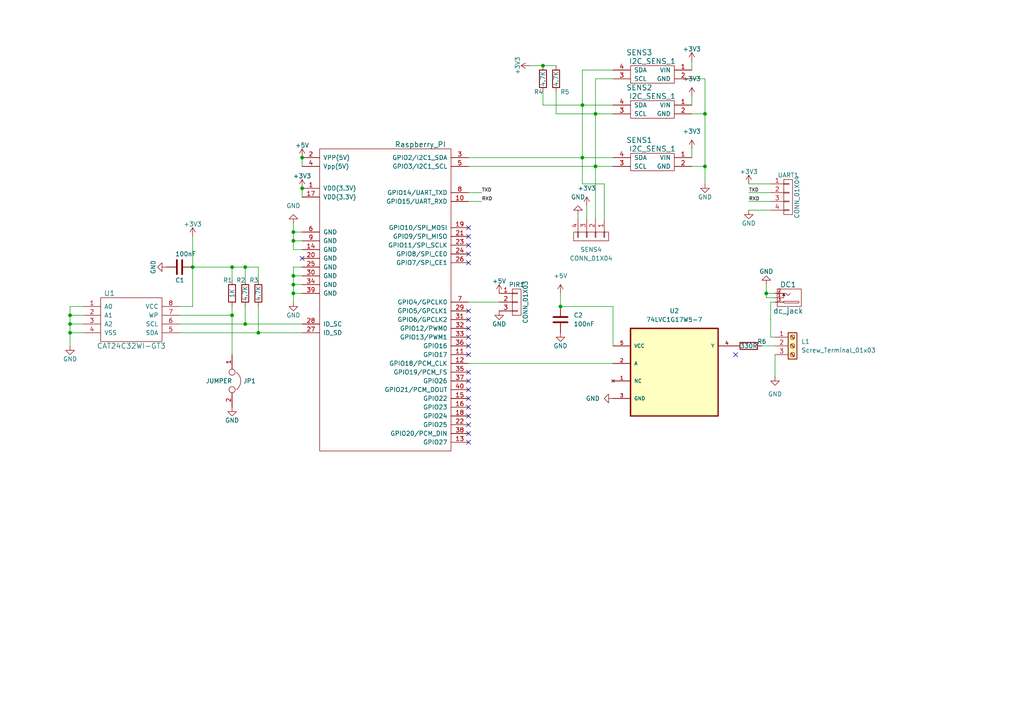
<source format=kicad_sch>
(kicad_sch (version 20211123) (generator eeschema)
  (paper "A4")
  (title_block (title "ANAVI Miracle uHAT") (date "2023-04-12") (rev "1.0"))
  (lib_symbols
    (symbol "74LVC1G17W5-7:74LVC1G17W5-7" (pin_names (offset 1.016))
      (property "Reference" "U" (at -4.78 12.8145 0))
      (property "Value" "74LVC1G17W5-7" (at -4.2714 -19.6026 0))
      (symbol "74LVC1G17W5-7_0_0"
        (rectangle (start -12.7 -15.24) (end 12.7 10.16) (stroke (width 0.4064)) (fill (type background)))
        (pin no_connect line (at -17.78 -5.08 0) (length 5.08) (name "NC") (number "1"))
        (pin input line (at -17.78 0 0) (length 5.08) (name "A") (number "2"))
        (pin passive line (at -17.78 -10.16 0) (length 5.08) (name "GND") (number "3"))
        (pin output line (at 17.78 5.08 180) (length 5.08) (name "Y") (number "4"))
        (pin power_in line (at -17.78 5.08 0) (length 5.08) (name "VCC") (number "5"))
      )
    )
    (symbol "Connector:Screw_Terminal_01x03" (pin_names (offset 1.016) hide)
      (property "Reference" "J" (at 0 5.08 0))
      (property "Value" "Screw_Terminal_01x03" (at 0 -5.08 0))
      (symbol "Screw_Terminal_01x03_1_1"
        (rectangle (start -1.27 3.81) (end 1.27 -3.81) (stroke (width 0.254)) (fill (type background)))
        (circle (center 0 -2.54) (radius 0.635) (stroke (width 0.1524)))
        (polyline (pts (xy -0.5334 -2.2098) (xy 0.3302 -3.048)) (stroke (width 0.1524)))
        (polyline (pts (xy -0.5334 0.3302) (xy 0.3302 -0.508)) (stroke (width 0.1524)))
        (polyline (pts (xy -0.5334 2.8702) (xy 0.3302 2.032)) (stroke (width 0.1524)))
        (polyline (pts (xy -0.3556 -2.032) (xy 0.508 -2.8702)) (stroke (width 0.1524)))
        (polyline (pts (xy -0.3556 0.508) (xy 0.508 -0.3302)) (stroke (width 0.1524)))
        (polyline (pts (xy -0.3556 3.048) (xy 0.508 2.2098)) (stroke (width 0.1524)))
        (circle (center 0 0) (radius 0.635) (stroke (width 0.1524)))
        (circle (center 0 2.54) (radius 0.635) (stroke (width 0.1524)))
        (pin passive line (at -5.08 2.54 0) (length 3.81) (name "Pin_1") (number "1"))
        (pin passive line (at -5.08 0 0) (length 3.81) (name "Pin_2") (number "2"))
        (pin passive line (at -5.08 -2.54 0) (length 3.81) (name "Pin_3") (number "3"))
      )
    )
    (symbol "Device:C" (pin_numbers hide) (pin_names (offset 0.254))
      (property "Reference" "C" (at 0.635 2.54 0))
      (property "Value" "C" (at 0.635 -2.54 0))
      (symbol "C_0_1"
        (polyline (pts (xy -2.032 -0.762) (xy 2.032 -0.762)) (stroke (width 0.508)))
        (polyline (pts (xy -2.032 0.762) (xy 2.032 0.762)) (stroke (width 0.508)))
      )
      (symbol "C_1_1"
        (pin passive line (at 0 3.81 270) (length 2.794) (name "~") (number "1"))
        (pin passive line (at 0 -3.81 90) (length 2.794) (name "~") (number "2"))
      )
    )
    (symbol "anavi-light-rescue:+3.3V" (power) (pin_names (offset 0))
      (property "Value" "+3.3V" (at 0 3.556 0))
      (symbol "+3.3V_0_1"
        (polyline (pts (xy -0.762 1.27) (xy 0 2.54)))
        (polyline (pts (xy 0 0) (xy 0 2.54)))
        (polyline (pts (xy 0 2.54) (xy 0.762 1.27)))
      )
      (symbol "+3.3V_1_1"
        (pin power_in line (at 0 0 90) (length 0) hide (name "+3V3") (number "1"))
      )
    )
    (symbol "anavi-light-rescue:+5V" (power) (pin_names (offset 0))
      (property "Value" "+5V" (at 0 3.556 0))
      (symbol "+5V_0_1"
        (polyline (pts (xy -0.762 1.27) (xy 0 2.54)))
        (polyline (pts (xy 0 0) (xy 0 2.54)))
        (polyline (pts (xy 0 2.54) (xy 0.762 1.27)))
      )
      (symbol "+5V_1_1"
        (pin power_in line (at 0 0 90) (length 0) hide (name "+5V") (number "1"))
      )
    )
    (symbol "anavi-light-rescue:C" (pin_numbers hide) (pin_names (offset 0.254))
      (property "Reference" "C" (at 0.635 2.54 0))
      (property "Value" "C" (at 0.635 -2.54 0))
      (symbol "C_0_1"
        (polyline (pts (xy -2.032 -0.762) (xy 2.032 -0.762)) (stroke (width 0.508)))
        (polyline (pts (xy -2.032 0.762) (xy 2.032 0.762)) (stroke (width 0.508)))
      )
      (symbol "C_1_1"
        (pin passive line (at 0 3.81 270) (length 2.794) (name "~") (number "1"))
        (pin passive line (at 0 -3.81 90) (length 2.794) (name "~") (number "2"))
      )
    )
    (symbol "anavi-light-rescue:CONN_01X03" (pin_names (offset 1.016) hide)
      (property "Reference" "P" (at 0 5.08 0))
      (property "Value" "CONN_01X03" (at 2.54 0 90))
      (symbol "CONN_01X03_0_1"
        (rectangle (start -1.27 -2.413) (end 0.254 -2.667))
        (rectangle (start -1.27 0.127) (end 0.254 -0.127))
        (rectangle (start -1.27 2.667) (end 0.254 2.413))
        (rectangle (start -1.27 3.81) (end 1.27 -3.81))
      )
      (symbol "CONN_01X03_1_1"
        (pin passive line (at -5.08 2.54 0) (length 3.81) (name "P1") (number "1"))
        (pin passive line (at -5.08 0 0) (length 3.81) (name "P2") (number "2"))
        (pin passive line (at -5.08 -2.54 0) (length 3.81) (name "P3") (number "3"))
      )
    )
    (symbol "anavi-light-rescue:CONN_01X04" (pin_names (offset 1.016) hide)
      (property "Reference" "P" (at 0 6.35 0))
      (property "Value" "CONN_01X04" (at 2.54 0 90))
      (symbol "CONN_01X04_0_1"
        (rectangle (start -1.27 -3.683) (end 0.254 -3.937))
        (rectangle (start -1.27 -1.143) (end 0.254 -1.397))
        (rectangle (start -1.27 1.397) (end 0.254 1.143))
        (rectangle (start -1.27 3.937) (end 0.254 3.683))
        (rectangle (start -1.27 5.08) (end 1.27 -5.08))
      )
      (symbol "CONN_01X04_1_1"
        (pin passive line (at -5.08 3.81 0) (length 3.81) (name "P1") (number "1"))
        (pin passive line (at -5.08 1.27 0) (length 3.81) (name "P2") (number "2"))
        (pin passive line (at -5.08 -1.27 0) (length 3.81) (name "P3") (number "3"))
        (pin passive line (at -5.08 -3.81 0) (length 3.81) (name "P4") (number "4"))
      )
    )
    (symbol "anavi-light-rescue:GND" (power) (pin_names (offset 0))
      (property "Value" "GND" (at 0 -3.81 0))
      (symbol "GND_0_1"
        (polyline (pts (xy 0 0) (xy 0 -1.27) (xy 1.27 -1.27) (xy 0 -2.54) (xy -1.27 -1.27) (xy 0 -1.27)))
      )
      (symbol "GND_1_1"
        (pin power_in line (at 0 0 270) (length 0) hide (name "GND") (number "1"))
      )
    )
    (symbol "anavi-light-rescue:JUMPER" (pin_names (offset 0.762) hide)
      (property "Reference" "JP" (at 0 3.81 0))
      (property "Value" "JUMPER" (at 0 -2.032 0))
      (symbol "JUMPER_0_1"
        (circle (center -2.54 0) (radius 0.889))
        (arc (start 2.5146 1.27) (mid 0.0127 2.5097) (end -2.4892 1.27))
        (circle (center 2.54 0) (radius 0.889))
        (pin passive line (at -7.62 0 0) (length 4.191) (name "1") (number "1"))
        (pin passive line (at 7.62 0 180) (length 4.191) (name "2") (number "2"))
      )
    )
    (symbol "anavi-light-rescue:R" (pin_numbers hide) (pin_names (offset 0))
      (property "Reference" "R" (at 2.032 0 90))
      (property "Value" "R" (at 0 0 90))
      (symbol "R_0_1"
        (rectangle (start -1.016 -2.54) (end 1.016 2.54) (stroke (width 0.254)))
      )
      (symbol "R_1_1"
        (pin passive line (at 0 3.81 270) (length 1.27) (name "~") (number "1"))
        (pin passive line (at 0 -3.81 90) (length 1.27) (name "~") (number "2"))
      )
    )
    (symbol "anavi-miracle-rescue:CONN_01X04" (pin_names (offset 1.016) hide)
      (property "Reference" "P" (at 0 6.35 0))
      (property "Value" "CONN_01X04" (at 2.54 0 90))
      (symbol "CONN_01X04_0_1"
        (rectangle (start -1.27 -3.683) (end 0.254 -3.937))
        (rectangle (start -1.27 -1.143) (end 0.254 -1.397))
        (rectangle (start -1.27 1.397) (end 0.254 1.143))
        (rectangle (start -1.27 3.937) (end 0.254 3.683))
        (rectangle (start -1.27 5.08) (end 1.27 -5.08))
      )
      (symbol "CONN_01X04_1_1"
        (pin passive line (at -5.08 3.81 0) (length 3.81) (name "P1") (number "1"))
        (pin passive line (at -5.08 1.27 0) (length 3.81) (name "P2") (number "2"))
        (pin passive line (at -5.08 -1.27 0) (length 3.81) (name "P3") (number "3"))
        (pin passive line (at -5.08 -3.81 0) (length 3.81) (name "P4") (number "4"))
      )
    )
    (symbol "anavi-miracle-rescue:GND" (power) (pin_names (offset 0))
      (property "Value" "GND" (at 0 -3.81 0))
      (symbol "GND_0_1"
        (polyline (pts (xy 0 0) (xy 0 -1.27) (xy 1.27 -1.27) (xy 0 -2.54) (xy -1.27 -1.27) (xy 0 -1.27)))
      )
      (symbol "GND_1_1"
        (pin power_in line (at 0 0 270) (length 0) hide (name "GND") (number "1"))
      )
    )
    (symbol "mylibrary:CAT24C32WI-GT3" (pin_names (offset 1.016))
      (property "Reference" "U" (at 0 0 0))
      (property "Value" "CAT24C32WI-GT3" (at 0 -16.51 0))
      (symbol "CAT24C32WI-GT3_0_1"
        (rectangle (start -8.89 -2.54) (end 8.89 -15.24))
      )
      (symbol "CAT24C32WI-GT3_1_1"
        (pin input line (at -13.97 -5.08 0) (length 5.08) (name "A0") (number "1"))
        (pin input line (at -13.97 -7.62 0) (length 5.08) (name "A1") (number "2"))
        (pin input line (at -13.97 -10.16 0) (length 5.08) (name "A2") (number "3"))
        (pin input line (at -13.97 -12.7 0) (length 5.08) (name "VSS") (number "4"))
        (pin input line (at 13.97 -12.7 180) (length 5.08) (name "SDA") (number "5"))
        (pin input line (at 13.97 -10.16 180) (length 5.08) (name "SCL") (number "6"))
        (pin input line (at 13.97 -7.62 180) (length 5.08) (name "WP") (number "7"))
        (pin input line (at 13.97 -5.08 180) (length 5.08) (name "VCC") (number "8"))
      )
    )
    (symbol "mylibrary:I2C_SENS_1" (pin_names (offset 1.016))
      (property "Reference" "U" (at 1.27 2.54 0))
      (property "Value" "I2C_SENS_1" (at 6.35 0 0))
      (symbol "I2C_SENS_1_0_1"
        (rectangle (start 0 -1.27) (end 12.7 -6.35))
      )
      (symbol "I2C_SENS_1_1_1"
        (pin input line (at 17.78 -2.54 180) (length 5.08) (name "VIN") (number "1"))
        (pin input line (at 17.78 -5.08 180) (length 5.08) (name "GND") (number "2"))
        (pin input line (at -5.08 -5.08 0) (length 5.08) (name "SCL") (number "3"))
        (pin input line (at -5.08 -2.54 0) (length 5.08) (name "SDA") (number "4"))
      )
    )
    (symbol "mylibrary:Raspberry_PI" (pin_names (offset 1.016))
      (property "Reference" "P" (at -15.24 2.54 0))
      (property "Value" "Raspberry_PI" (at 8.89 2.54 0))
      (symbol "Raspberry_PI_0_1"
        (rectangle (start 19.05 -87.63) (end -19.05 0))
      )
      (symbol "Raspberry_PI_1_1"
        (pin input line (at -24.13 -11.43 0) (length 5.08) (name "VDD(3.3V)") (number "1"))
        (pin input line (at 24.13 -15.24 180) (length 5.08) (name "GPIO15/UART_RXD") (number "10"))
        (pin input line (at 24.13 -59.69 180) (length 5.08) (name "GPIO17") (number "11"))
        (pin input line (at 24.13 -62.23 180) (length 5.08) (name "GPIO18/PCM_CLK") (number "12"))
        (pin input line (at 24.13 -85.09 180) (length 5.08) (name "GPIO27") (number "13"))
        (pin input line (at -24.13 -29.21 0) (length 5.08) (name "GND") (number "14"))
        (pin input line (at 24.13 -72.39 180) (length 5.08) (name "GPIO22") (number "15"))
        (pin input line (at 24.13 -74.93 180) (length 5.08) (name "GPIO23") (number "16"))
        (pin input line (at -24.13 -13.97 0) (length 5.08) (name "VDD(3.3V)") (number "17"))
        (pin input line (at 24.13 -77.47 180) (length 5.08) (name "GPIO24") (number "18"))
        (pin input line (at 24.13 -22.86 180) (length 5.08) (name "GPIO10/SPI_MOSI") (number "19"))
        (pin input line (at -24.13 -2.54 0) (length 5.08) (name "VPP(5V)") (number "2"))
        (pin input line (at -24.13 -31.75 0) (length 5.08) (name "GND") (number "20"))
        (pin input line (at 24.13 -25.4 180) (length 5.08) (name "GPIO9/SPI_MISO") (number "21"))
        (pin input line (at 24.13 -80.01 180) (length 5.08) (name "GPIO25") (number "22"))
        (pin input line (at 24.13 -27.94 180) (length 5.08) (name "GPIO11/SPI_SCLK") (number "23"))
        (pin input line (at 24.13 -30.48 180) (length 5.08) (name "GPIO8/SPI_CE0") (number "24"))
        (pin input line (at -24.13 -34.29 0) (length 5.08) (name "GND") (number "25"))
        (pin input line (at 24.13 -33.02 180) (length 5.08) (name "GPIO7/SPI_CE1") (number "26"))
        (pin input line (at -24.13 -53.34 0) (length 5.08) (name "ID_SD") (number "27"))
        (pin input line (at -24.13 -50.8 0) (length 5.08) (name "ID_SC") (number "28"))
        (pin input line (at 24.13 -46.99 180) (length 5.08) (name "GPIO5/GPCLK1") (number "29"))
        (pin input line (at 24.13 -2.54 180) (length 5.08) (name "GPIO2/I2C1_SDA") (number "3"))
        (pin input line (at -24.13 -36.83 0) (length 5.08) (name "GND") (number "30"))
        (pin input line (at 24.13 -49.53 180) (length 5.08) (name "GPIO6/GPCLK2") (number "31"))
        (pin input line (at 24.13 -52.07 180) (length 5.08) (name "GPIO12/PWM0") (number "32"))
        (pin input line (at 24.13 -54.61 180) (length 5.08) (name "GPIO13/PWM1") (number "33"))
        (pin input line (at -24.13 -39.37 0) (length 5.08) (name "GND") (number "34"))
        (pin input line (at 24.13 -64.77 180) (length 5.08) (name "GPIO19/PCM_FS") (number "35"))
        (pin input line (at 24.13 -57.15 180) (length 5.08) (name "GPIO16") (number "36"))
        (pin input line (at 24.13 -67.31 180) (length 5.08) (name "GPIO26") (number "37"))
        (pin input line (at 24.13 -82.55 180) (length 5.08) (name "GPIO20/PCM_DIN") (number "38"))
        (pin input line (at -24.13 -41.91 0) (length 5.08) (name "GND") (number "39"))
        (pin input line (at -24.13 -5.08 0) (length 5.08) (name "Vpp(5V)") (number "4"))
        (pin input line (at 24.13 -69.85 180) (length 5.08) (name "GPIO21/PCM_DOUT") (number "40"))
        (pin input line (at 24.13 -5.08 180) (length 5.08) (name "GPIO3/I2C1_SCL") (number "5"))
        (pin input line (at -24.13 -24.13 0) (length 5.08) (name "GND") (number "6"))
        (pin input line (at 24.13 -44.45 180) (length 5.08) (name "GPIO4/GPCLK0") (number "7"))
        (pin input line (at 24.13 -12.7 180) (length 5.08) (name "GPIO14/UART_TXD") (number "8"))
        (pin input line (at -24.13 -26.67 0) (length 5.08) (name "GND") (number "9"))
      )
    )
    (symbol "power:+3.3V" (power) (pin_names (offset 0))
      (property "Value" "+3.3V" (at 0 3.556 0))
      (symbol "+3.3V_0_1"
        (polyline (pts (xy -0.762 1.27) (xy 0 2.54)))
        (polyline (pts (xy 0 0) (xy 0 2.54)))
        (polyline (pts (xy 0 2.54) (xy 0.762 1.27)))
      )
      (symbol "+3.3V_1_1"
        (pin power_in line (at 0 0 90) (length 0) hide (name "+3V3") (number "1"))
      )
    )
    (symbol "power:+5V" (power) (pin_names (offset 0))
      (property "Value" "+5V" (at 0 3.556 0))
      (symbol "+5V_0_1"
        (polyline (pts (xy -0.762 1.27) (xy 0 2.54)))
        (polyline (pts (xy 0 0) (xy 0 2.54)))
        (polyline (pts (xy 0 2.54) (xy 0.762 1.27)))
      )
      (symbol "+5V_1_1"
        (pin power_in line (at 0 0 90) (length 0) hide (name "+5V") (number "1"))
      )
    )
    (symbol "power:GND" (power) (pin_names (offset 0))
      (property "Value" "GND" (at 0 -3.81 0))
      (symbol "GND_0_1"
        (polyline (pts (xy 0 0) (xy 0 -1.27) (xy 1.27 -1.27) (xy 0 -2.54) (xy -1.27 -1.27) (xy 0 -1.27)))
      )
      (symbol "GND_1_1"
        (pin power_in line (at 0 0 270) (length 0) hide (name "GND") (number "1"))
      )
    )
    (symbol "w_connectors:dc_jack" (pin_names (offset 0) hide)
      (property "Reference" "J" (at 0 3.81 0))
      (property "Value" "dc_jack" (at 0 -3.81 0))
      (symbol "dc_jack_0_1"
        (rectangle (start -3.175 2.54) (end 3.81 -2.54))
        (polyline (pts (xy -1.27 0) (xy -1.27 0.635)))
        (polyline (pts (xy -1.27 1.27) (xy -1.651 0.635) (xy -0.889 0.635) (xy -1.27 1.27)) (fill (type outline)))
        (polyline (pts (xy -1.27 1.27) (xy -0.635 1.27) (xy 0 0.635) (xy 0.635 1.27)))
        (polyline (pts (xy 2.921 -1.016) (xy -1.27 -1.016) (xy -1.27 -1.524) (xy 2.921 -1.524)))
        (arc (start 2.921 -1.524) (mid 3.175 -1.27) (end 2.921 -1.016))
      )
      (symbol "dc_jack_1_1"
        (pin passive line (at -3.81 0 0) (length 2.54) (name "1") (number "1"))
        (pin passive line (at -3.81 1.27 0) (length 2.54) (name "2") (number "2"))
        (pin passive line (at -3.81 -1.27 0) (length 2.54) (name "3") (number "3"))
      )
    )
  )
  (junction (at 85.09 80.01))
  (junction (at 85.09 67.31))
  (junction (at 71.12 77.47))
  (junction (at 20.32 93.98))
  (junction (at 67.31 91.44))
  (junction (at 85.09 85.09))
  (junction (at 157.48 19.05))
  (junction (at 20.32 96.52))
  (junction (at 168.91 45.72))
  (junction (at 168.91 30.48))
  (junction (at 204.47 33.02))
  (junction (at 85.09 82.55))
  (junction (at 67.31 77.47))
  (junction (at 20.32 91.44))
  (junction (at 74.93 96.52))
  (junction (at 172.72 48.26))
  (junction (at 71.12 93.98))
  (junction (at 87.63 45.72))
  (junction (at 162.56 88.9))
  (junction (at 222.25 85.09))
  (junction (at 85.09 69.85))
  (junction (at 172.72 33.02))
  (junction (at 204.47 48.26))
  (junction (at 87.63 54.61))
  (junction (at 55.88 77.47))
  (no_connect (at 135.89 76.2))
  (no_connect (at 135.89 97.79))
  (no_connect (at 135.89 73.66))
  (no_connect (at 135.89 115.57))
  (no_connect (at 135.89 68.58))
  (no_connect (at 135.89 71.12))
  (no_connect (at 135.89 66.04))
  (no_connect (at 135.89 120.65))
  (no_connect (at 135.89 118.11))
  (no_connect (at 135.89 125.73))
  (no_connect (at 135.89 100.33))
  (no_connect (at 135.89 113.03))
  (no_connect (at 87.63 74.93))
  (no_connect (at 213.36 102.87))
  (no_connect (at 135.89 102.87))
  (no_connect (at 135.89 123.19))
  (no_connect (at 135.89 95.25))
  (no_connect (at 135.89 128.27))
  (no_connect (at 135.89 92.71))
  (no_connect (at 135.89 107.95))
  (no_connect (at 135.89 110.49))
  (no_connect (at 135.89 90.17))
  (wire (pts (xy 20.32 96.52) (xy 20.32 100.33)))
  (wire (pts (xy 135.89 45.72) (xy 168.91 45.72)))
  (wire (pts (xy 223.52 55.88) (xy 217.17 55.88)))
  (wire (pts (xy 55.88 77.47) (xy 55.88 88.9)))
  (wire (pts (xy 204.47 33.02) (xy 204.47 48.26)))
  (wire (pts (xy 168.91 53.34) (xy 168.91 45.72)))
  (wire (pts (xy 85.09 67.31) (xy 85.09 69.85)))
  (wire (pts (xy 162.56 85.09) (xy 162.56 88.9)))
  (wire (pts (xy 177.8 20.32) (xy 168.91 20.32)))
  (wire (pts (xy 135.89 105.41) (xy 177.8 105.41)))
  (wire (pts (xy 55.88 77.47) (xy 67.31 77.47)))
  (wire (pts (xy 157.48 19.05) (xy 161.29 19.05)))
  (wire (pts (xy 85.09 82.55) (xy 85.09 85.09)))
  (wire (pts (xy 172.72 33.02) (xy 177.8 33.02)))
  (wire (pts (xy 172.72 22.86) (xy 172.72 33.02)))
  (wire (pts (xy 200.66 22.86) (xy 204.47 22.86)))
  (wire (pts (xy 85.09 64.77) (xy 85.09 67.31)))
  (wire (pts (xy 74.93 96.52) (xy 74.93 88.9)))
  (wire (pts (xy 71.12 93.98) (xy 71.12 88.9)))
  (wire (pts (xy 67.31 77.47) (xy 71.12 77.47)))
  (wire (pts (xy 67.31 81.28) (xy 67.31 77.47)))
  (wire (pts (xy 223.52 87.63) (xy 224.79 87.63)))
  (wire (pts (xy 135.89 58.42) (xy 139.7 58.42)))
  (wire (pts (xy 217.17 53.34) (xy 223.52 53.34)))
  (wire (pts (xy 52.07 96.52) (xy 74.93 96.52)))
  (wire (pts (xy 85.09 82.55) (xy 87.63 82.55)))
  (wire (pts (xy 223.52 60.96) (xy 217.17 60.96)))
  (wire (pts (xy 87.63 54.61) (xy 87.63 57.15)))
  (wire (pts (xy 85.09 69.85) (xy 87.63 69.85)))
  (wire (pts (xy 204.47 22.86) (xy 204.47 33.02)))
  (wire (pts (xy 167.64 62.23) (xy 167.64 63.5)))
  (wire (pts (xy 222.25 85.09) (xy 222.25 82.55)))
  (wire (pts (xy 55.88 88.9) (xy 52.07 88.9)))
  (wire (pts (xy 223.52 58.42) (xy 217.17 58.42)))
  (wire (pts (xy 222.25 86.36) (xy 222.25 85.09)))
  (wire (pts (xy 177.8 88.9) (xy 177.8 100.33)))
  (wire (pts (xy 200.66 17.78) (xy 200.66 20.32)))
  (wire (pts (xy 224.79 102.87) (xy 224.79 109.22)))
  (wire (pts (xy 168.91 45.72) (xy 177.8 45.72)))
  (wire (pts (xy 85.09 85.09) (xy 85.09 87.63)))
  (wire (pts (xy 175.26 63.5) (xy 175.26 53.34)))
  (wire (pts (xy 74.93 96.52) (xy 87.63 96.52)))
  (wire (pts (xy 87.63 77.47) (xy 85.09 77.47)))
  (wire (pts (xy 200.66 27.94) (xy 200.66 30.48)))
  (wire (pts (xy 135.89 87.63) (xy 144.78 87.63)))
  (wire (pts (xy 200.66 43.18) (xy 200.66 45.72)))
  (wire (pts (xy 224.79 97.79) (xy 223.52 97.79)))
  (wire (pts (xy 172.72 33.02) (xy 172.72 48.26)))
  (wire (pts (xy 52.07 91.44) (xy 67.31 91.44)))
  (wire (pts (xy 55.88 68.58) (xy 55.88 77.47)))
  (wire (pts (xy 157.48 30.48) (xy 168.91 30.48)))
  (wire (pts (xy 85.09 67.31) (xy 87.63 67.31)))
  (wire (pts (xy 67.31 88.9) (xy 67.31 91.44)))
  (wire (pts (xy 135.89 55.88) (xy 139.7 55.88)))
  (wire (pts (xy 85.09 85.09) (xy 87.63 85.09)))
  (wire (pts (xy 135.89 48.26) (xy 172.72 48.26)))
  (wire (pts (xy 168.91 20.32) (xy 168.91 30.48)))
  (wire (pts (xy 170.18 59.69) (xy 170.18 63.5)))
  (wire (pts (xy 168.91 30.48) (xy 177.8 30.48)))
  (wire (pts (xy 224.79 85.09) (xy 222.25 85.09)))
  (wire (pts (xy 172.72 48.26) (xy 177.8 48.26)))
  (wire (pts (xy 85.09 80.01) (xy 87.63 80.01)))
  (wire (pts (xy 24.13 91.44) (xy 20.32 91.44)))
  (wire (pts (xy 175.26 53.34) (xy 168.91 53.34)))
  (wire (pts (xy 71.12 77.47) (xy 71.12 81.28)))
  (wire (pts (xy 168.91 30.48) (xy 168.91 45.72)))
  (wire (pts (xy 20.32 91.44) (xy 20.32 93.98)))
  (wire (pts (xy 74.93 77.47) (xy 74.93 81.28)))
  (wire (pts (xy 224.79 86.36) (xy 222.25 86.36)))
  (wire (pts (xy 67.31 91.44) (xy 67.31 102.87)))
  (wire (pts (xy 85.09 72.39) (xy 87.63 72.39)))
  (wire (pts (xy 204.47 33.02) (xy 200.66 33.02)))
  (wire (pts (xy 85.09 77.47) (xy 85.09 80.01)))
  (wire (pts (xy 52.07 93.98) (xy 71.12 93.98)))
  (wire (pts (xy 71.12 77.47) (xy 74.93 77.47)))
  (wire (pts (xy 177.8 22.86) (xy 172.72 22.86)))
  (wire (pts (xy 162.56 88.9) (xy 177.8 88.9)))
  (wire (pts (xy 161.29 33.02) (xy 172.72 33.02)))
  (wire (pts (xy 20.32 93.98) (xy 20.32 96.52)))
  (wire (pts (xy 172.72 48.26) (xy 172.72 63.5)))
  (wire (pts (xy 85.09 80.01) (xy 85.09 82.55)))
  (wire (pts (xy 24.13 93.98) (xy 20.32 93.98)))
  (wire (pts (xy 87.63 45.72) (xy 87.63 48.26)))
  (wire (pts (xy 153.67 19.05) (xy 157.48 19.05)))
  (wire (pts (xy 220.98 100.33) (xy 224.79 100.33)))
  (wire (pts (xy 24.13 96.52) (xy 20.32 96.52)))
  (wire (pts (xy 204.47 48.26) (xy 200.66 48.26)))
  (wire (pts (xy 161.29 26.67) (xy 161.29 33.02)))
  (wire (pts (xy 71.12 93.98) (xy 87.63 93.98)))
  (wire (pts (xy 223.52 97.79) (xy 223.52 87.63)))
  (wire (pts (xy 157.48 26.67) (xy 157.48 30.48)))
  (wire (pts (xy 204.47 48.26) (xy 204.47 53.34)))
  (wire (pts (xy 20.32 88.9) (xy 20.32 91.44)))
  (wire (pts (xy 24.13 88.9) (xy 20.32 88.9)))
  (wire (pts (xy 85.09 69.85) (xy 85.09 72.39)))
  (label "RXD" (at 217.17 58.42 0) (effects (font (size 0.9906 0.9906))))
  (label "TXD" (at 217.17 55.88 0) (effects (font (size 0.9906 0.9906))))
  (label "RXD" (at 139.7 58.42 0) (effects (font (size 0.9906 0.9906))))
  (label "TXD" (at 139.7 55.88 0) (effects (font (size 0.9906 0.9906))))
  (symbol (lib_id "mylibrary:CAT24C32WI-GT3") (at 38.1 83.82 0) (unit 1)
    (property "Reference" "U1" (at 31.75 85.09 0) (effects (font (size 1.524 1.524))))
    (property "Value" "CAT24C32WI-GT3" (at 38.1 100.33 0) (effects (font (size 1.524 1.524))))
    (property "Footprint" "Package_DIP:DIP-8_W7.62mm" (effects hide))
  )
  (symbol (lib_id "anavi-light-rescue:R") (at 67.31 85.09 0) (unit 1)
    (property "Reference" "R1" (at 66.04 81.28 0))
    (property "Value" "1K" (at 67.31 85.09 90))
    (property "Footprint" "Resistors_SMD:R_0603_HandSoldering" (effects hide))
  )
  (symbol (lib_id "anavi-light-rescue:R") (at 71.12 85.09 0) (unit 1)
    (property "Reference" "R2" (at 69.85 81.28 0))
    (property "Value" "4.7K" (at 71.12 85.09 90))
    (property "Footprint" "Resistors_SMD:R_0603_HandSoldering" (effects hide))
  )
  (symbol (lib_id "anavi-light-rescue:R") (at 74.93 85.09 0) (unit 1)
    (property "Reference" "R3" (at 73.66 81.28 0))
    (property "Value" "4.7K" (at 74.93 85.09 90))
    (property "Footprint" "Resistors_SMD:R_0603_HandSoldering" (effects hide))
  )
  (symbol (lib_id "anavi-light-rescue:C") (at 52.07 77.47 270) (unit 1)
    (property "Reference" "C1" (at 50.8 81.28 90) (effects (justify left)))
    (property "Value" "100nF" (at 50.8 73.66 90) (effects (justify left)))
    (property "Footprint" "Capacitor_SMD:C_0603_1608Metric_Pad1.08x0.95mm_HandSolder" (effects hide))
  )
  (symbol (lib_id "anavi-light-rescue:GND") (at 20.32 100.33 0) (unit 1)
    (property "Reference" "#PWR01" (effects hide))
    (property "Value" "GND" (at 20.32 104.14 0))
  )
  (symbol (lib_id "anavi-light-rescue:GND") (at 48.26 77.47 270) (unit 1)
    (property "Reference" "#PWR02" (effects hide))
    (property "Value" "GND" (at 44.45 77.47 0))
  )
  (symbol (lib_id "anavi-light-rescue:+3.3V") (at 55.88 68.58 0) (unit 1)
    (property "Reference" "#PWR03" (effects hide))
    (property "Value" "+3.3V" (at 55.88 65.024 0))
  )
  (symbol (lib_id "anavi-light-rescue:GND") (at 67.31 118.11 0) (unit 1)
    (property "Reference" "#PWR04" (effects hide))
    (property "Value" "GND" (at 67.31 121.92 0))
  )
  (symbol (lib_id "mylibrary:Raspberry_PI") (at 111.76 43.18 0) (unit 1)
    (property "Reference" "RASP_CONN1" (effects hide))
    (property "Value" "Raspberry_PI" (at 121.92 41.91 0) (effects (font (size 1.524 1.524))))
    (property "Footprint" "Connector_PinHeader_2.54mm:PinHeader_2x20_P2.54mm_Vertical" (effects hide))
  )
  (symbol (lib_id "anavi-light-rescue:GND") (at 85.09 87.63 0) (unit 1)
    (property "Reference" "#PWR05" (effects hide))
    (property "Value" "GND" (at 85.09 91.44 0))
  )
  (symbol (lib_id "anavi-light-rescue:+3.3V") (at 87.63 54.61 0) (unit 1)
    (property "Reference" "#PWR06" (effects hide))
    (property "Value" "+3.3V" (at 87.63 51.054 0))
  )
  (symbol (lib_id "anavi-light-rescue:+5V") (at 87.63 45.72 0) (unit 1)
    (property "Reference" "#PWR07" (effects hide))
    (property "Value" "+5V" (at 87.63 42.164 0))
  )
  (symbol (lib_id "mylibrary:I2C_SENS_1") (at 182.88 43.18 0) (unit 1)
    (property "Reference" "SENS1" (at 185.42 40.64 0) (effects (font (size 1.524 1.524))))
    (property "Value" "I2C_SENS_1" (at 189.23 43.18 0) (effects (font (size 1.524 1.524))))
    (property "Footprint" "Connector_PinHeader_2.54mm:PinHeader_1x04_P2.54mm_Vertical" (effects hide))
  )
  (symbol (lib_id "anavi-light-rescue:GND") (at 204.47 53.34 0) (unit 1)
    (property "Reference" "#PWR08" (effects hide))
    (property "Value" "GND" (at 204.47 57.15 0))
  )
  (symbol (lib_id "anavi-light-rescue:+3.3V") (at 200.66 17.78 0) (unit 1)
    (property "Reference" "#PWR09" (effects hide))
    (property "Value" "+3.3V" (at 200.66 14.224 0))
  )
  (symbol (lib_id "anavi-light-rescue:R") (at 157.48 22.86 0) (unit 1)
    (property "Reference" "R4" (at 156.21 26.67 0))
    (property "Value" "4.7K" (at 157.48 22.86 90))
    (property "Footprint" "Resistors_SMD:R_0603_HandSoldering" (effects hide))
  )
  (symbol (lib_id "anavi-light-rescue:R") (at 161.29 22.86 0) (unit 1)
    (property "Reference" "R5" (at 163.83 26.67 0))
    (property "Value" "4.7K" (at 161.29 22.86 90))
    (property "Footprint" "Resistors_SMD:R_0603_HandSoldering" (effects hide))
  )
  (symbol (lib_id "anavi-light-rescue:JUMPER") (at 67.31 110.49 270) (unit 1)
    (property "Reference" "JP1" (at 72.39 110.49 90))
    (property "Value" "JUMPER" (at 63.5 110.49 90))
    (property "Footprint" "Connector_PinHeader_2.54mm:PinHeader_1x02_P2.54mm_Vertical" (effects hide))
  )
  (symbol (lib_id "anavi-light-rescue:CONN_01X04") (at 228.6 57.15 0) (unit 1)
    (property "Reference" "UART1" (at 228.6 50.8 0))
    (property "Value" "CONN_01X04" (at 231.14 57.15 90))
    (property "Footprint" "Connector_PinHeader_2.54mm:PinHeader_1x04_P2.54mm_Vertical" (effects hide))
  )
  (symbol (lib_id "anavi-light-rescue:GND") (at 217.17 60.96 0) (unit 1)
    (property "Reference" "#PWR010" (effects hide))
    (property "Value" "GND" (at 217.17 64.77 0))
  )
  (symbol (lib_id "anavi-light-rescue:+3.3V") (at 217.17 53.34 0) (unit 1)
    (property "Reference" "#PWR011" (effects hide))
    (property "Value" "+3.3V" (at 217.17 49.784 0))
  )
  (symbol (lib_id "mylibrary:I2C_SENS_1") (at 182.88 27.94 0) (unit 1)
    (property "Reference" "SENS2" (at 185.42 25.4 0) (effects (font (size 1.524 1.524))))
    (property "Value" "I2C_SENS_1" (at 189.23 27.94 0) (effects (font (size 1.524 1.524))))
    (property "Footprint" "Connector_PinHeader_2.54mm:PinHeader_1x04_P2.54mm_Vertical" (effects hide))
  )
  (symbol (lib_id "mylibrary:I2C_SENS_1") (at 182.88 17.78 0) (unit 1)
    (property "Reference" "SENS3" (at 185.42 15.24 0) (effects (font (size 1.524 1.524))))
    (property "Value" "I2C_SENS_1" (at 189.23 17.78 0) (effects (font (size 1.524 1.524))))
    (property "Footprint" "Connector_PinHeader_2.54mm:PinHeader_1x04_P2.54mm_Vertical" (effects hide))
  )
  (symbol (lib_id "anavi-light-rescue:+3.3V") (at 153.67 19.05 90) (unit 1)
    (property "Reference" "#PWR012" (effects hide))
    (property "Value" "+3.3V" (at 150.114 19.05 0))
  )
  (symbol (lib_id "anavi-light-rescue:CONN_01X03") (at 149.86 87.63 0) (unit 1)
    (property "Reference" "PIR1" (at 149.86 82.55 0))
    (property "Value" "CONN_01X03" (at 152.4 87.63 90))
    (property "Footprint" "Connector_PinHeader_2.54mm:PinHeader_1x03_P2.54mm_Vertical" (effects hide))
  )
  (symbol (lib_id "anavi-light-rescue:GND") (at 144.78 90.17 0) (unit 1)
    (property "Reference" "#PWR013" (effects hide))
    (property "Value" "GND" (at 144.78 93.98 0))
  )
  (symbol (lib_id "anavi-light-rescue:+5V") (at 144.78 85.09 0) (unit 1)
    (property "Reference" "#PWR014" (effects hide))
    (property "Value" "+5V" (at 144.78 81.534 0))
  )
  (symbol (lib_id "w_connectors:dc_jack") (at 228.6 86.36 0) (unit 1)
    (property "Reference" "DC1" (at 228.6 82.55 0) (effects (font (size 1.524 1.524))))
    (property "Value" "dc_jack" (at 228.6 90.17 0) (effects (font (size 1.524 1.524))))
    (property "Footprint" "w_conn_misc:dc_socket" (effects hide))
  )
  (symbol (lib_id "anavi-light-rescue:GND") (at 222.25 82.55 180) (unit 1)
    (property "Reference" "#PWR018" (effects hide))
    (property "Value" "GND" (at 222.25 78.74 0))
  )
  (symbol (lib_id "anavi-light-rescue:R") (at 217.17 100.33 270) (unit 1)
    (property "Reference" "R6" (at 220.98 99.06 90))
    (property "Value" "330R" (at 217.17 100.33 90))
    (property "Footprint" "Resistor_SMD:R_0603_1608Metric_Pad0.98x0.95mm_HandSolder" (effects hide))
  )
  (symbol (lib_id "Device:C") (at 162.56 92.71 0) (unit 1)
    (property "Reference" "C2" (at 166.37 91.4399 0) (effects (justify left)))
    (property "Value" "100nF" (at 166.37 93.9799 0) (effects (justify left)))
    (property "Footprint" "Capacitor_SMD:C_0603_1608Metric_Pad1.08x0.95mm_HandSolder" (effects hide))
  )
  (symbol (lib_id "power:GND") (at 167.64 62.23 180) (unit 1)
    (property "Reference" "#PWR0104" (effects hide))
    (property "Value" "GND" (at 167.64 57.15 0))
  )
  (symbol (lib_id "power:GND") (at 85.09 64.77 180) (unit 1)
    (property "Reference" "#PWR0109" (effects hide))
    (property "Value" "GND" (at 85.09 59.69 0))
  )
  (symbol (lib_id "anavi-miracle-rescue:CONN_01X04") (at 171.45 68.58 270) (unit 1)
    (property "Reference" "SENS4" (at 171.45 72.39 90))
    (property "Value" "CONN_01X04" (at 171.45 74.93 90))
    (property "Footprint" "Connector_PinHeader_2.54mm:PinHeader_1x04_P2.54mm_Vertical" (effects hide))
  )
  (symbol (lib_id "anavi-miracle-rescue:GND") (at 224.79 109.22 0) (unit 1)
    (property "Reference" "#PWR0101" (effects hide))
    (property "Value" "GND" (at 224.79 114.3 0))
  )
  (symbol (lib_id "power:+3.3V") (at 200.66 43.18 0) (unit 1)
    (property "Reference" "#PWR0108" (effects hide))
    (property "Value" "+3.3V" (at 200.66 38.1 0))
  )
  (symbol (lib_id "power:+3.3V") (at 200.66 27.94 0) (unit 1)
    (property "Reference" "#PWR0107" (effects hide))
    (property "Value" "+3.3V" (at 200.66 22.86 0))
  )
  (symbol (lib_id "anavi-light-rescue:GND") (at 162.56 96.52 0) (unit 1)
    (property "Reference" "#PWR0106" (effects hide))
    (property "Value" "GND" (at 162.56 100.33 0))
  )
  (symbol (lib_id "Connector:Screw_Terminal_01x03") (at 229.87 100.33 0) (unit 1)
    (property "Reference" "L1" (at 232.41 99.0599 0) (effects (justify left)))
    (property "Value" "Screw_Terminal_01x03" (at 232.41 101.5999 0) (effects (justify left)))
    (property "Footprint" "TerminalBlock_Phoenix:TerminalBlock_Phoenix_MKDS-1,5-3_1x03_P5.00mm_Horizontal" (effects hide))
  )
  (symbol (lib_id "power:+5V") (at 162.56 85.09 0) (unit 1)
    (property "Reference" "#PWR0102" (effects hide))
    (property "Value" "+5V" (at 162.56 80.01 0))
  )
  (symbol (lib_id "power:+3.3V") (at 170.18 59.69 0) (unit 1)
    (property "Reference" "#PWR0103" (effects hide))
    (property "Value" "+3.3V" (at 170.18 54.61 0))
  )
  (symbol (lib_id "74LVC1G17W5-7:74LVC1G17W5-7") (at 195.58 105.41 0) (unit 1)
    (property "Reference" "U2" (at 195.58 90.17 0))
    (property "Value" "74LVC1G17W5-7" (at 195.58 92.71 0))
    (property "Footprint" "SOT95P280X145-5N" (effects hide))
    (property "MPN" "74LVC1G17W5-7" (effects hide))
    (property "OC_FARNELL" "1893835" (effects hide))
    (property "OC_NEWARK" "47T3922" (effects hide))
    (property "PACKAGE" "SOT-5" (effects hide))
    (property "SUPPLIER" "DIODES INC." (effects hide))
  )
  (symbol (lib_id "anavi-miracle-rescue:GND") (at 177.8 115.57 270) (unit 1)
    (property "Reference" "#PWR0105" (effects hide))
    (property "Value" "GND" (at 173.99 115.5699 90) (effects (justify right)))
  )
)
</source>
